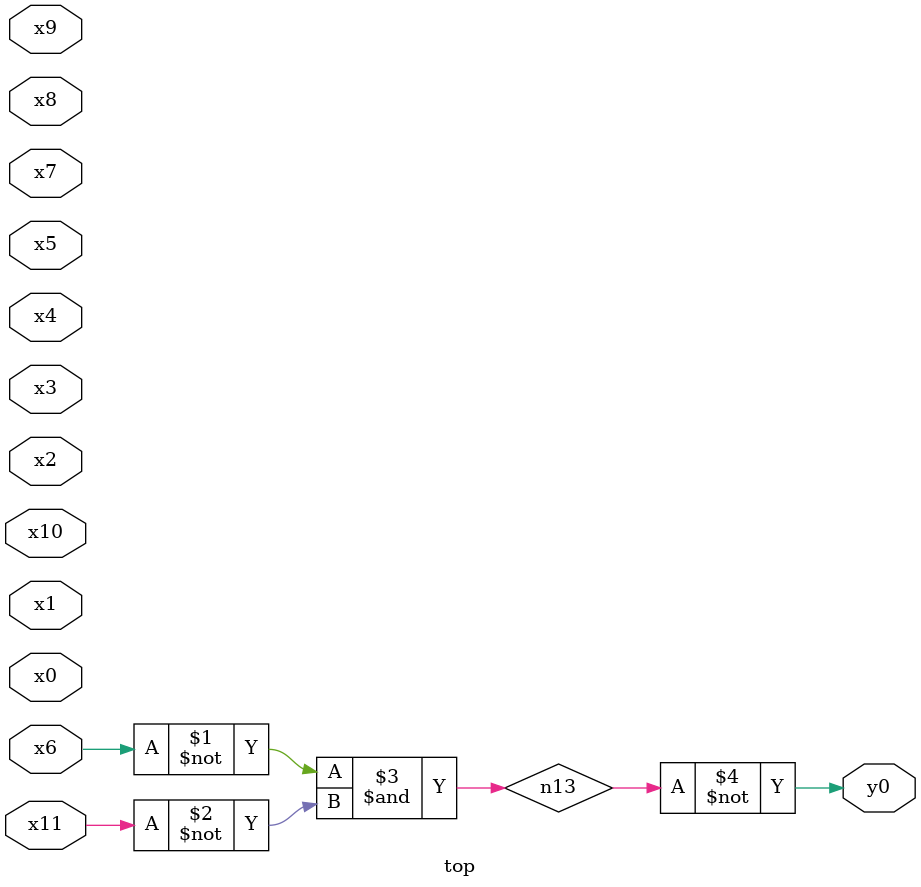
<source format=v>
module top( x0 , x1 , x2 , x3 , x4 , x5 , x6 , x7 , x8 , x9 , x10 , x11 , y0 );
  input x0 , x1 , x2 , x3 , x4 , x5 , x6 , x7 , x8 , x9 , x10 , x11 ;
  output y0 ;
  wire n13 ;
  assign n13 = ~x6 & ~x11 ;
  assign y0 = ~n13 ;
endmodule

</source>
